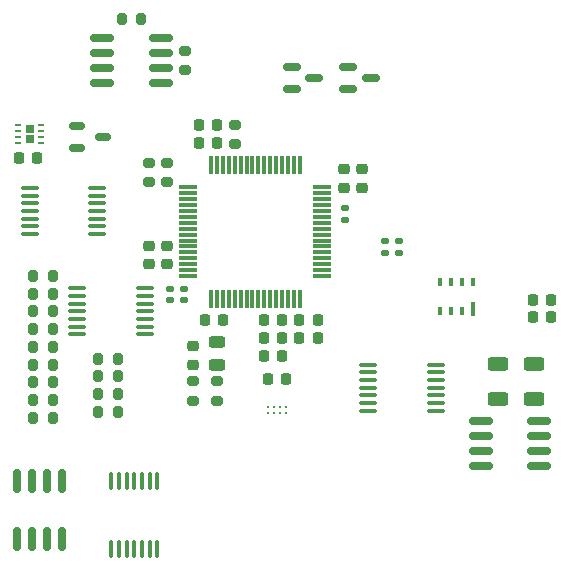
<source format=gtp>
G04 #@! TF.GenerationSoftware,KiCad,Pcbnew,8.0.4*
G04 #@! TF.CreationDate,2024-08-22T20:56:21+02:00*
G04 #@! TF.ProjectId,Probe,50726f62-652e-46b6-9963-61645f706362,v1*
G04 #@! TF.SameCoordinates,Original*
G04 #@! TF.FileFunction,Paste,Top*
G04 #@! TF.FilePolarity,Positive*
%FSLAX46Y46*%
G04 Gerber Fmt 4.6, Leading zero omitted, Abs format (unit mm)*
G04 Created by KiCad (PCBNEW 8.0.4) date 2024-08-22 20:56:21*
%MOMM*%
%LPD*%
G01*
G04 APERTURE LIST*
G04 Aperture macros list*
%AMRoundRect*
0 Rectangle with rounded corners*
0 $1 Rounding radius*
0 $2 $3 $4 $5 $6 $7 $8 $9 X,Y pos of 4 corners*
0 Add a 4 corners polygon primitive as box body*
4,1,4,$2,$3,$4,$5,$6,$7,$8,$9,$2,$3,0*
0 Add four circle primitives for the rounded corners*
1,1,$1+$1,$2,$3*
1,1,$1+$1,$4,$5*
1,1,$1+$1,$6,$7*
1,1,$1+$1,$8,$9*
0 Add four rect primitives between the rounded corners*
20,1,$1+$1,$2,$3,$4,$5,0*
20,1,$1+$1,$4,$5,$6,$7,0*
20,1,$1+$1,$6,$7,$8,$9,0*
20,1,$1+$1,$8,$9,$2,$3,0*%
G04 Aperture macros list end*
%ADD10RoundRect,0.225000X-0.225000X-0.250000X0.225000X-0.250000X0.225000X0.250000X-0.225000X0.250000X0*%
%ADD11RoundRect,0.075000X-0.700000X-0.075000X0.700000X-0.075000X0.700000X0.075000X-0.700000X0.075000X0*%
%ADD12RoundRect,0.075000X-0.075000X-0.700000X0.075000X-0.700000X0.075000X0.700000X-0.075000X0.700000X0*%
%ADD13RoundRect,0.200000X0.200000X0.275000X-0.200000X0.275000X-0.200000X-0.275000X0.200000X-0.275000X0*%
%ADD14RoundRect,0.200000X-0.200000X-0.275000X0.200000X-0.275000X0.200000X0.275000X-0.200000X0.275000X0*%
%ADD15RoundRect,0.200000X-0.275000X0.200000X-0.275000X-0.200000X0.275000X-0.200000X0.275000X0.200000X0*%
%ADD16RoundRect,0.140000X0.170000X-0.140000X0.170000X0.140000X-0.170000X0.140000X-0.170000X-0.140000X0*%
%ADD17RoundRect,0.225000X-0.250000X0.225000X-0.250000X-0.225000X0.250000X-0.225000X0.250000X0.225000X0*%
%ADD18RoundRect,0.250000X-0.625000X0.312500X-0.625000X-0.312500X0.625000X-0.312500X0.625000X0.312500X0*%
%ADD19R,0.750000X0.650000*%
%ADD20RoundRect,0.062500X-0.187500X-0.062500X0.187500X-0.062500X0.187500X0.062500X-0.187500X0.062500X0*%
%ADD21RoundRect,0.150000X-0.825000X-0.150000X0.825000X-0.150000X0.825000X0.150000X-0.825000X0.150000X0*%
%ADD22RoundRect,0.100000X0.100000X-0.637500X0.100000X0.637500X-0.100000X0.637500X-0.100000X-0.637500X0*%
%ADD23RoundRect,0.225000X0.225000X0.250000X-0.225000X0.250000X-0.225000X-0.250000X0.225000X-0.250000X0*%
%ADD24RoundRect,0.100000X0.637500X0.100000X-0.637500X0.100000X-0.637500X-0.100000X0.637500X-0.100000X0*%
%ADD25R,0.400000X1.200000*%
%ADD26R,0.400000X0.800000*%
%ADD27RoundRect,0.150000X-0.587500X-0.150000X0.587500X-0.150000X0.587500X0.150000X-0.587500X0.150000X0*%
%ADD28RoundRect,0.140000X-0.170000X0.140000X-0.170000X-0.140000X0.170000X-0.140000X0.170000X0.140000X0*%
%ADD29RoundRect,0.200000X0.275000X-0.200000X0.275000X0.200000X-0.275000X0.200000X-0.275000X-0.200000X0*%
%ADD30RoundRect,0.218750X0.256250X-0.218750X0.256250X0.218750X-0.256250X0.218750X-0.256250X-0.218750X0*%
%ADD31C,0.200000*%
%ADD32RoundRect,0.250000X0.625000X-0.312500X0.625000X0.312500X-0.625000X0.312500X-0.625000X-0.312500X0*%
%ADD33RoundRect,0.150000X-0.150000X0.825000X-0.150000X-0.825000X0.150000X-0.825000X0.150000X0.825000X0*%
%ADD34RoundRect,0.243750X0.456250X-0.243750X0.456250X0.243750X-0.456250X0.243750X-0.456250X-0.243750X0*%
%ADD35RoundRect,0.150000X-0.512500X-0.150000X0.512500X-0.150000X0.512500X0.150000X-0.512500X0.150000X0*%
G04 APERTURE END LIST*
D10*
X118475000Y-61500000D03*
X120025000Y-61500000D03*
D11*
X117575000Y-66750000D03*
X117575000Y-67250000D03*
X117575000Y-67750000D03*
X117575000Y-68250000D03*
X117575000Y-68750000D03*
X117575000Y-69250000D03*
X117575000Y-69750000D03*
X117575000Y-70250000D03*
X117575000Y-70750000D03*
X117575000Y-71250000D03*
X117575000Y-71750000D03*
X117575000Y-72250000D03*
X117575000Y-72750000D03*
X117575000Y-73250000D03*
X117575000Y-73750000D03*
X117575000Y-74250000D03*
D12*
X119500000Y-76175000D03*
X120000000Y-76175000D03*
X120500000Y-76175000D03*
X121000000Y-76175000D03*
X121500000Y-76175000D03*
X122000000Y-76175000D03*
X122500000Y-76175000D03*
X123000000Y-76175000D03*
X123500000Y-76175000D03*
X124000000Y-76175000D03*
X124500000Y-76175000D03*
X125000000Y-76175000D03*
X125500000Y-76175000D03*
X126000000Y-76175000D03*
X126500000Y-76175000D03*
X127000000Y-76175000D03*
D11*
X128925000Y-74250000D03*
X128925000Y-73750000D03*
X128925000Y-73250000D03*
X128925000Y-72750000D03*
X128925000Y-72250000D03*
X128925000Y-71750000D03*
X128925000Y-71250000D03*
X128925000Y-70750000D03*
X128925000Y-70250000D03*
X128925000Y-69750000D03*
X128925000Y-69250000D03*
X128925000Y-68750000D03*
X128925000Y-68250000D03*
X128925000Y-67750000D03*
X128925000Y-67250000D03*
X128925000Y-66750000D03*
D12*
X127000000Y-64825000D03*
X126500000Y-64825000D03*
X126000000Y-64825000D03*
X125500000Y-64825000D03*
X125000000Y-64825000D03*
X124500000Y-64825000D03*
X124000000Y-64825000D03*
X123500000Y-64825000D03*
X123000000Y-64825000D03*
X122500000Y-64825000D03*
X122000000Y-64825000D03*
X121500000Y-64825000D03*
X121000000Y-64825000D03*
X120500000Y-64825000D03*
X120000000Y-64825000D03*
X119500000Y-64825000D03*
D13*
X111575000Y-81250000D03*
X109925000Y-81250000D03*
D14*
X111925000Y-52500000D03*
X113575000Y-52500000D03*
D15*
X120000000Y-83175000D03*
X120000000Y-84825000D03*
D16*
X134200000Y-72280000D03*
X134200000Y-71320000D03*
D17*
X132250000Y-65225000D03*
X132250000Y-66775000D03*
D18*
X146800000Y-81737500D03*
X146800000Y-84662500D03*
D15*
X114250000Y-64675000D03*
X114250000Y-66325000D03*
D10*
X123975000Y-78000000D03*
X125525000Y-78000000D03*
D17*
X115750000Y-71725000D03*
X115750000Y-73275000D03*
D19*
X104125000Y-61815000D03*
X104125000Y-62615000D03*
D20*
X103175000Y-61465000D03*
X103175000Y-61965000D03*
X103175000Y-62465000D03*
X103175000Y-62965000D03*
X105075000Y-62965000D03*
X105075000Y-62465000D03*
X105075000Y-61965000D03*
X105075000Y-61465000D03*
D13*
X106075000Y-74250000D03*
X104425000Y-74250000D03*
D21*
X142325000Y-86495000D03*
X142325000Y-87765000D03*
X142325000Y-89035000D03*
X142325000Y-90305000D03*
X147275000Y-90305000D03*
X147275000Y-89035000D03*
X147275000Y-87765000D03*
X147275000Y-86495000D03*
D10*
X118475000Y-63000000D03*
X120025000Y-63000000D03*
D22*
X111050000Y-97337500D03*
X111700000Y-97337500D03*
X112350000Y-97337500D03*
X113000000Y-97337500D03*
X113650000Y-97337500D03*
X114300000Y-97337500D03*
X114950000Y-97337500D03*
X114950000Y-91612500D03*
X114300000Y-91612500D03*
X113650000Y-91612500D03*
X113000000Y-91612500D03*
X112350000Y-91612500D03*
X111700000Y-91612500D03*
X111050000Y-91612500D03*
D16*
X117200000Y-76280000D03*
X117200000Y-75320000D03*
D23*
X148275000Y-77750000D03*
X146725000Y-77750000D03*
D13*
X111575000Y-85750000D03*
X109925000Y-85750000D03*
X111575000Y-84250000D03*
X109925000Y-84250000D03*
D24*
X113862500Y-79200000D03*
X113862500Y-78550000D03*
X113862500Y-77900000D03*
X113862500Y-77250000D03*
X113862500Y-76600000D03*
X113862500Y-75950000D03*
X113862500Y-75300000D03*
X108137500Y-75300000D03*
X108137500Y-75950000D03*
X108137500Y-76600000D03*
X108137500Y-77250000D03*
X108137500Y-77900000D03*
X108137500Y-78550000D03*
X108137500Y-79200000D03*
D25*
X141645000Y-77050000D03*
D26*
X140715000Y-77250000D03*
X139785000Y-77250000D03*
X138855000Y-77250000D03*
X138855000Y-74750000D03*
X139785000Y-74750000D03*
X140715000Y-74750000D03*
X141645000Y-74750000D03*
D27*
X131125000Y-56550000D03*
X131125000Y-58450000D03*
X133000000Y-57500000D03*
D10*
X123975000Y-79500000D03*
X125525000Y-79500000D03*
D15*
X115750000Y-64675000D03*
X115750000Y-66325000D03*
D28*
X135400000Y-71320000D03*
X135400000Y-72280000D03*
D13*
X106075000Y-83250000D03*
X104425000Y-83250000D03*
D29*
X117250000Y-56825000D03*
X117250000Y-55175000D03*
D23*
X125825000Y-83000000D03*
X124275000Y-83000000D03*
D13*
X106075000Y-80250000D03*
X104425000Y-80250000D03*
X106075000Y-75750000D03*
X104425000Y-75750000D03*
D23*
X120525000Y-78000000D03*
X118975000Y-78000000D03*
D30*
X118000000Y-81750000D03*
X118000000Y-80175000D03*
D13*
X106075000Y-77250000D03*
X104425000Y-77250000D03*
D16*
X116000000Y-76280000D03*
X116000000Y-75320000D03*
D13*
X106075000Y-86250000D03*
X104425000Y-86250000D03*
D10*
X103225000Y-64250000D03*
X104775000Y-64250000D03*
D15*
X121500000Y-61425000D03*
X121500000Y-63075000D03*
D23*
X128525000Y-78000000D03*
X126975000Y-78000000D03*
D13*
X106075000Y-81750000D03*
X104425000Y-81750000D03*
D23*
X128525000Y-79500000D03*
X126975000Y-79500000D03*
D24*
X138500000Y-85650000D03*
X138500000Y-85000000D03*
X138500000Y-84350000D03*
X138500000Y-83700000D03*
X138500000Y-83050000D03*
X138500000Y-82400000D03*
X138500000Y-81750000D03*
X132775000Y-81750000D03*
X132775000Y-82400000D03*
X132775000Y-83050000D03*
X132775000Y-83700000D03*
X132775000Y-84350000D03*
X132775000Y-85000000D03*
X132775000Y-85650000D03*
D15*
X118000000Y-83175000D03*
X118000000Y-84825000D03*
D31*
X125800000Y-85375000D03*
X125800000Y-85875000D03*
X125300000Y-85375000D03*
X125300000Y-85875000D03*
X124800000Y-85375000D03*
X124800000Y-85875000D03*
X124300000Y-85375000D03*
X124300000Y-85875000D03*
D27*
X126337500Y-56550000D03*
X126337500Y-58450000D03*
X128212500Y-57500000D03*
D13*
X106075000Y-78750000D03*
X104425000Y-78750000D03*
D32*
X143800000Y-84662500D03*
X143800000Y-81737500D03*
D17*
X114250000Y-71725000D03*
X114250000Y-73275000D03*
D33*
X106905000Y-91565000D03*
X105635000Y-91565000D03*
X104365000Y-91565000D03*
X103095000Y-91565000D03*
X103095000Y-96515000D03*
X104365000Y-96515000D03*
X105635000Y-96515000D03*
X106905000Y-96515000D03*
D13*
X106075000Y-84750000D03*
X104425000Y-84750000D03*
X111575000Y-82750000D03*
X109925000Y-82750000D03*
D34*
X120000000Y-81750000D03*
X120000000Y-79875000D03*
D21*
X110275000Y-54095000D03*
X110275000Y-55365000D03*
X110275000Y-56635000D03*
X110275000Y-57905000D03*
X115225000Y-57905000D03*
X115225000Y-56635000D03*
X115225000Y-55365000D03*
X115225000Y-54095000D03*
D17*
X130750000Y-65225000D03*
X130750000Y-66775000D03*
D35*
X108112500Y-61550000D03*
X108112500Y-63450000D03*
X110387500Y-62500000D03*
D23*
X148275000Y-76250000D03*
X146725000Y-76250000D03*
D24*
X109862500Y-70700000D03*
X109862500Y-70050000D03*
X109862500Y-69400000D03*
X109862500Y-68750000D03*
X109862500Y-68100000D03*
X109862500Y-67450000D03*
X109862500Y-66800000D03*
X104137500Y-66800000D03*
X104137500Y-67450000D03*
X104137500Y-68100000D03*
X104137500Y-68750000D03*
X104137500Y-69400000D03*
X104137500Y-70050000D03*
X104137500Y-70700000D03*
D10*
X123975000Y-81000000D03*
X125525000Y-81000000D03*
D16*
X130800000Y-69480000D03*
X130800000Y-68520000D03*
M02*

</source>
